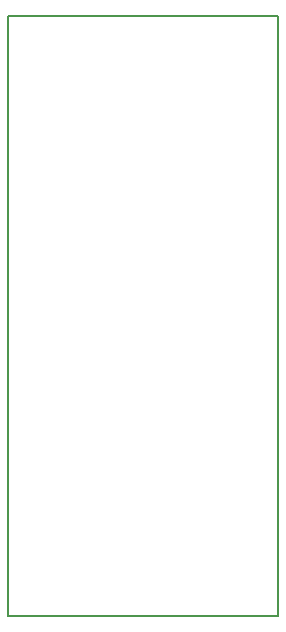
<source format=gbr>
G04 #@! TF.GenerationSoftware,KiCad,Pcbnew,(5.0.2)-1*
G04 #@! TF.CreationDate,2019-10-20T23:59:16+02:00*
G04 #@! TF.ProjectId,esp32-lifepo4 - slim,65737033-322d-46c6-9966-65706f34202d,rev?*
G04 #@! TF.SameCoordinates,Original*
G04 #@! TF.FileFunction,Profile,NP*
%FSLAX46Y46*%
G04 Gerber Fmt 4.6, Leading zero omitted, Abs format (unit mm)*
G04 Created by KiCad (PCBNEW (5.0.2)-1) date 20/10/2019 23:59:16*
%MOMM*%
%LPD*%
G01*
G04 APERTURE LIST*
%ADD10C,0.200000*%
G04 APERTURE END LIST*
D10*
X135546160Y-119720934D02*
X135546160Y-68920934D01*
X158406160Y-119720934D02*
X135546160Y-119720934D01*
X158406160Y-68920934D02*
X158406160Y-119720934D01*
X135546160Y-68920934D02*
X158406160Y-68920934D01*
M02*

</source>
